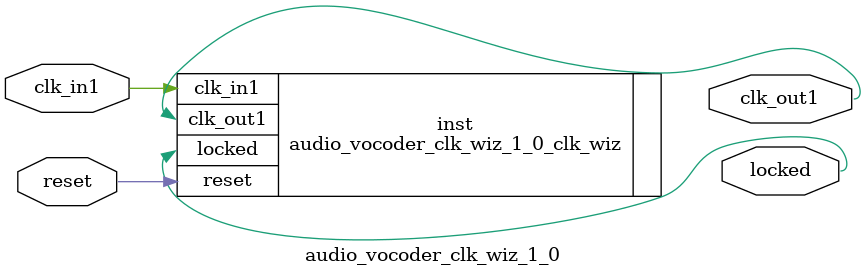
<source format=v>


`timescale 1ps/1ps

(* CORE_GENERATION_INFO = "audio_vocoder_clk_wiz_1_0,clk_wiz_v6_0_2_0_0,{component_name=audio_vocoder_clk_wiz_1_0,use_phase_alignment=true,use_min_o_jitter=false,use_max_i_jitter=false,use_dyn_phase_shift=false,use_inclk_switchover=false,use_dyn_reconfig=false,enable_axi=0,feedback_source=FDBK_AUTO,PRIMITIVE=MMCM,num_out_clk=1,clkin1_period=10.000,clkin2_period=10.000,use_power_down=false,use_reset=true,use_locked=true,use_inclk_stopped=false,feedback_type=SINGLE,CLOCK_MGR_TYPE=NA,manual_override=false}" *)

module audio_vocoder_clk_wiz_1_0 
 (
  // Clock out ports
  output        clk_out1,
  // Status and control signals
  input         reset,
  output        locked,
 // Clock in ports
  input         clk_in1
 );

  audio_vocoder_clk_wiz_1_0_clk_wiz inst
  (
  // Clock out ports  
  .clk_out1(clk_out1),
  // Status and control signals               
  .reset(reset), 
  .locked(locked),
 // Clock in ports
  .clk_in1(clk_in1)
  );

endmodule

</source>
